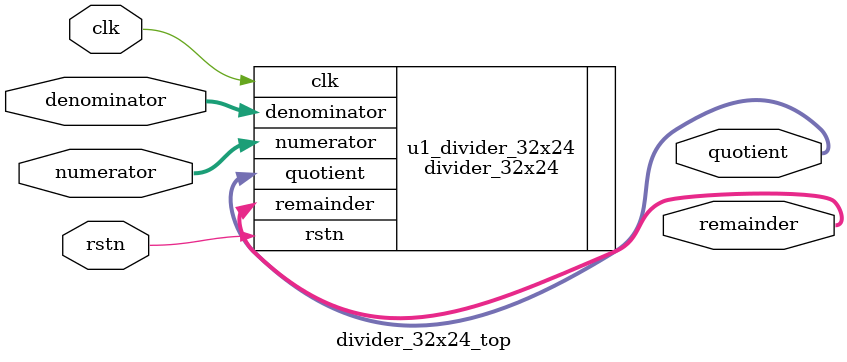
<source format=v>
`timescale 1ns/100ps

module divider_32x24_top (
               clk,
               rstn,
               //--------input
               numerator,
               denominator,
               //--------output
               quotient,
               remainder
        );

   input             clk;
   input             rstn;
   //--------input
   input  [32-1:0]   numerator;
   input  [24-1:0]   denominator;
   //--------output
   output [32-1:0]   quotient;
   output [24-1:0]   remainder;

divider_32x24 u1_divider_32x24 (
               .clk              (clk              ),
               .rstn             (rstn             ),
               //--------input
               .numerator        (numerator        ),
               .denominator      (denominator      ),
               //--------output
               .quotient         (quotient         ),
               .remainder        (remainder        )
    );

endmodule

</source>
